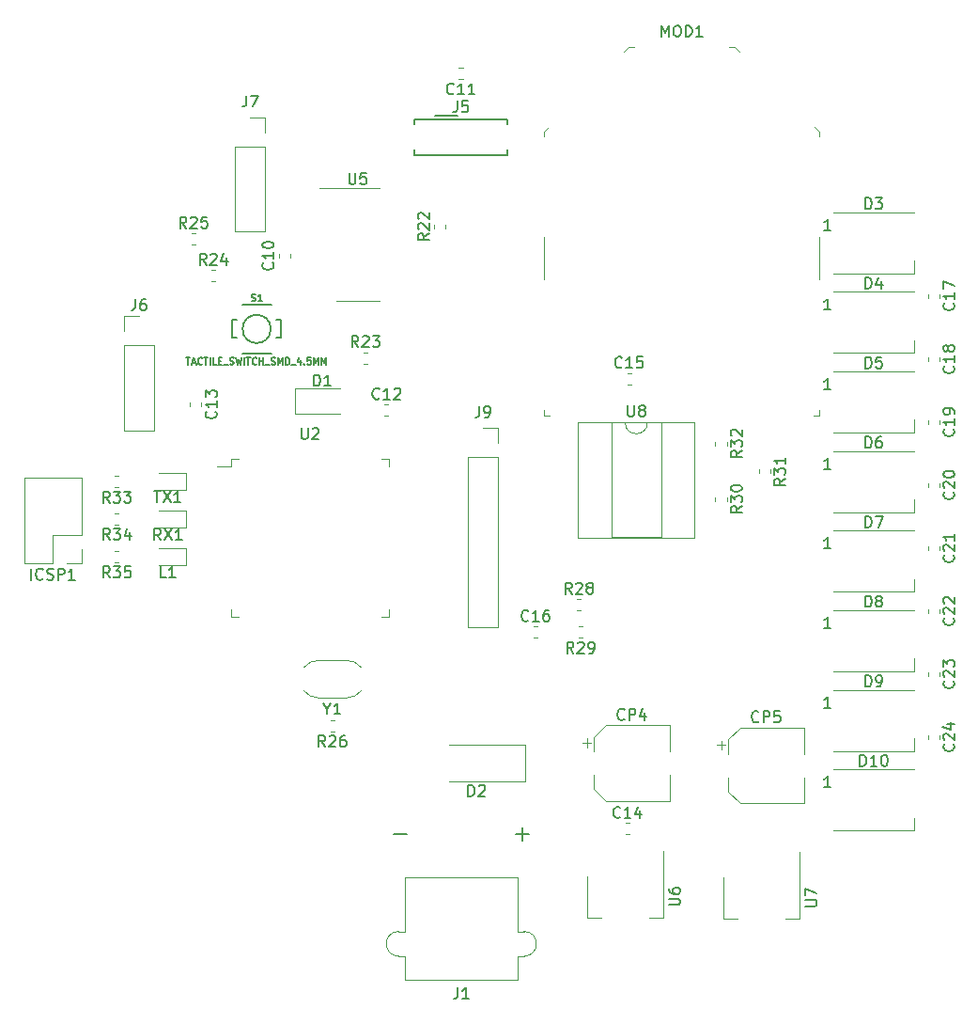
<source format=gbr>
%TF.GenerationSoftware,KiCad,Pcbnew,(5.1.5)-3*%
%TF.CreationDate,2020-03-08T16:26:51+08:00*%
%TF.ProjectId,Misaka,4d697361-6b61-42e6-9b69-6361645f7063,rev?*%
%TF.SameCoordinates,Original*%
%TF.FileFunction,Legend,Top*%
%TF.FilePolarity,Positive*%
%FSLAX46Y46*%
G04 Gerber Fmt 4.6, Leading zero omitted, Abs format (unit mm)*
G04 Created by KiCad (PCBNEW (5.1.5)-3) date 2020-03-08 16:26:51*
%MOMM*%
%LPD*%
G04 APERTURE LIST*
%ADD10C,0.203200*%
%ADD11C,0.120000*%
%ADD12C,0.100000*%
%ADD13C,0.150000*%
%ADD14C,0.127000*%
G04 APERTURE END LIST*
D10*
X50470000Y-57800000D02*
G75*
G03X50470000Y-57800000I-1270000J0D01*
G01*
X47401680Y-58597560D02*
X47000360Y-58597560D01*
X47401680Y-57002440D02*
X47000360Y-57002440D01*
X51399640Y-58597560D02*
X50998320Y-58597560D01*
X51399640Y-57002440D02*
X50998320Y-57002440D01*
X47902060Y-59999640D02*
X50497940Y-59999640D01*
X51399640Y-58597560D02*
X51399640Y-57002440D01*
X50497940Y-55600360D02*
X47902060Y-55600360D01*
X47000360Y-57002440D02*
X47000360Y-58597560D01*
D11*
X53452210Y-88281039D02*
G75*
G02X54790000Y-87630000I1337790J-1048961D01*
G01*
X58627790Y-88281039D02*
G75*
G03X57290000Y-87630000I-1337790J-1048961D01*
G01*
X53452210Y-90378961D02*
G75*
G03X54790000Y-91030000I1337790J1048961D01*
G01*
X58627790Y-90378961D02*
G75*
G02X57290000Y-91030000I-1337790J1048961D01*
G01*
X57290000Y-87630000D02*
X54790000Y-87630000D01*
X57290000Y-91030000D02*
X54790000Y-91030000D01*
X88660000Y-66174000D02*
X78160000Y-66174000D01*
X88660000Y-76574000D02*
X88660000Y-66174000D01*
X78160000Y-76574000D02*
X88660000Y-76574000D01*
X78160000Y-66174000D02*
X78160000Y-76574000D01*
X85660000Y-66234000D02*
X84410000Y-66234000D01*
X85660000Y-76514000D02*
X85660000Y-66234000D01*
X81160000Y-76514000D02*
X85660000Y-76514000D01*
X81160000Y-66234000D02*
X81160000Y-76514000D01*
X82410000Y-66234000D02*
X81160000Y-66234000D01*
X84410000Y-66234000D02*
G75*
G02X82410000Y-66234000I-1000000J0D01*
G01*
X98110000Y-104910000D02*
X98110000Y-110920000D01*
X91290000Y-107160000D02*
X91290000Y-110920000D01*
X98110000Y-110920000D02*
X96850000Y-110920000D01*
X91290000Y-110920000D02*
X92550000Y-110920000D01*
X85810000Y-104810000D02*
X85810000Y-110820000D01*
X78990000Y-107060000D02*
X78990000Y-110820000D01*
X85810000Y-110820000D02*
X84550000Y-110820000D01*
X78990000Y-110820000D02*
X80250000Y-110820000D01*
X58300000Y-45140000D02*
X54850000Y-45140000D01*
X58300000Y-45140000D02*
X60250000Y-45140000D01*
X58300000Y-55260000D02*
X56350000Y-55260000D01*
X58300000Y-55260000D02*
X60250000Y-55260000D01*
X46890000Y-70190000D02*
X45600000Y-70190000D01*
X46890000Y-69490000D02*
X46890000Y-70190000D01*
X47590000Y-69490000D02*
X46890000Y-69490000D01*
X61110000Y-69490000D02*
X61110000Y-70190000D01*
X60410000Y-69490000D02*
X61110000Y-69490000D01*
X46890000Y-83710000D02*
X46890000Y-83010000D01*
X47590000Y-83710000D02*
X46890000Y-83710000D01*
X61110000Y-83710000D02*
X61110000Y-83010000D01*
X60410000Y-83710000D02*
X61110000Y-83710000D01*
X42860000Y-70785000D02*
X40400000Y-70785000D01*
X42860000Y-72255000D02*
X42860000Y-70785000D01*
X40400000Y-72255000D02*
X42860000Y-72255000D01*
X42860000Y-74175000D02*
X40400000Y-74175000D01*
X42860000Y-75645000D02*
X42860000Y-74175000D01*
X40400000Y-75645000D02*
X42860000Y-75645000D01*
X36771267Y-77790000D02*
X36428733Y-77790000D01*
X36771267Y-78810000D02*
X36428733Y-78810000D01*
X36771267Y-74390000D02*
X36428733Y-74390000D01*
X36771267Y-75410000D02*
X36428733Y-75410000D01*
X36771267Y-71050000D02*
X36428733Y-71050000D01*
X36771267Y-72070000D02*
X36428733Y-72070000D01*
X90540000Y-67938733D02*
X90540000Y-68281267D01*
X91560000Y-67938733D02*
X91560000Y-68281267D01*
X94440000Y-70463733D02*
X94440000Y-70806267D01*
X95460000Y-70463733D02*
X95460000Y-70806267D01*
X90540000Y-72938733D02*
X90540000Y-73281267D01*
X91560000Y-72938733D02*
X91560000Y-73281267D01*
X78571267Y-84590000D02*
X78228733Y-84590000D01*
X78571267Y-85610000D02*
X78228733Y-85610000D01*
X78078733Y-83140000D02*
X78421267Y-83140000D01*
X78078733Y-82120000D02*
X78421267Y-82120000D01*
X56186267Y-93020000D02*
X55843733Y-93020000D01*
X56186267Y-94040000D02*
X55843733Y-94040000D01*
X43328733Y-50210000D02*
X43671267Y-50210000D01*
X43328733Y-49190000D02*
X43671267Y-49190000D01*
X45128733Y-53510000D02*
X45471267Y-53510000D01*
X45128733Y-52490000D02*
X45471267Y-52490000D01*
X58828733Y-60910000D02*
X59171267Y-60910000D01*
X58828733Y-59890000D02*
X59171267Y-59890000D01*
X66210000Y-48746267D02*
X66210000Y-48403733D01*
X65190000Y-48746267D02*
X65190000Y-48403733D01*
D12*
X99900000Y-65600000D02*
X99400000Y-65600000D01*
X99900000Y-65600000D02*
X99900000Y-65100000D01*
X75100000Y-65600000D02*
X75600000Y-65600000D01*
X75100000Y-65600000D02*
X75100000Y-65100000D01*
X75100000Y-40000000D02*
X75100000Y-40500000D01*
X75100000Y-40000000D02*
X75500000Y-39600000D01*
X99900000Y-40000000D02*
X99500000Y-39600000D01*
X99900000Y-40000000D02*
X99900000Y-40500000D01*
X82700000Y-32400000D02*
X82300000Y-32800000D01*
X82700000Y-32400000D02*
X83200000Y-32400000D01*
X92300000Y-32400000D02*
X91800000Y-32400000D01*
X92300000Y-32400000D02*
X92700000Y-32800000D01*
X75100000Y-49500000D02*
X75100000Y-53300000D01*
X99900000Y-49500000D02*
X99900000Y-53300000D01*
D11*
X42860000Y-77565000D02*
X40400000Y-77565000D01*
X42860000Y-79035000D02*
X42860000Y-77565000D01*
X40400000Y-79035000D02*
X42860000Y-79035000D01*
X69600000Y-66730000D02*
X70930000Y-66730000D01*
X70930000Y-66730000D02*
X70930000Y-68060000D01*
X70930000Y-69330000D02*
X70930000Y-84630000D01*
X68270000Y-84630000D02*
X70930000Y-84630000D01*
X68270000Y-69330000D02*
X68270000Y-84630000D01*
X68270000Y-69330000D02*
X70930000Y-69330000D01*
X48600000Y-38770000D02*
X49930000Y-38770000D01*
X49930000Y-38770000D02*
X49930000Y-40100000D01*
X49930000Y-41370000D02*
X49930000Y-49050000D01*
X47270000Y-49050000D02*
X49930000Y-49050000D01*
X47270000Y-41370000D02*
X47270000Y-49050000D01*
X47270000Y-41370000D02*
X49930000Y-41370000D01*
X37270000Y-56670000D02*
X38600000Y-56670000D01*
X37270000Y-58000000D02*
X37270000Y-56670000D01*
X37270000Y-59270000D02*
X39930000Y-59270000D01*
X39930000Y-59270000D02*
X39930000Y-66950000D01*
X37270000Y-59270000D02*
X37270000Y-66950000D01*
X37270000Y-66950000D02*
X39930000Y-66950000D01*
D13*
X65300000Y-38620000D02*
X67300000Y-38620000D01*
X71750000Y-42120000D02*
X71750000Y-41645000D01*
X63450000Y-42120000D02*
X71750000Y-42120000D01*
X63450000Y-41645000D02*
X63450000Y-42120000D01*
X71750000Y-38920000D02*
X71750000Y-39395000D01*
X63450000Y-38920000D02*
X71750000Y-38920000D01*
X63450000Y-39395000D02*
X63450000Y-38920000D01*
D11*
X62000000Y-114270000D02*
G75*
G02X62000000Y-112050000I0J1110000D01*
G01*
X73300000Y-112050000D02*
G75*
G02X73300000Y-114270000I0J-1110000D01*
G01*
X62590000Y-116370000D02*
X62590000Y-114270000D01*
X73300000Y-112050000D02*
X72710000Y-112050000D01*
X73300000Y-114270000D02*
X72710000Y-114270000D01*
X62590000Y-114270000D02*
X62000000Y-114270000D01*
X62590000Y-112050000D02*
X62000000Y-112050000D01*
X62590000Y-112050000D02*
X62590000Y-107150000D01*
X72710000Y-116370000D02*
X72710000Y-114270000D01*
X72710000Y-112050000D02*
X72710000Y-107150000D01*
X72710000Y-107150000D02*
X62590000Y-107150000D01*
X72710000Y-116370000D02*
X62590000Y-116370000D01*
X33430000Y-78930000D02*
X32100000Y-78930000D01*
X33430000Y-77600000D02*
X33430000Y-78930000D01*
X30830000Y-78930000D02*
X28230000Y-78930000D01*
X30830000Y-76330000D02*
X30830000Y-78930000D01*
X33430000Y-76330000D02*
X30830000Y-76330000D01*
X28230000Y-78930000D02*
X28230000Y-71190000D01*
X33430000Y-76330000D02*
X33430000Y-71190000D01*
X33430000Y-71190000D02*
X28230000Y-71190000D01*
X108440000Y-102960000D02*
X108440000Y-101810000D01*
X101140000Y-102960000D02*
X108440000Y-102960000D01*
X101140000Y-97460000D02*
X108440000Y-97460000D01*
X108440000Y-95794284D02*
X108440000Y-94644284D01*
X101140000Y-95794284D02*
X108440000Y-95794284D01*
X101140000Y-90294284D02*
X108440000Y-90294284D01*
X108440000Y-88628570D02*
X108440000Y-87478570D01*
X101140000Y-88628570D02*
X108440000Y-88628570D01*
X101140000Y-83128570D02*
X108440000Y-83128570D01*
X108440000Y-81462856D02*
X108440000Y-80312856D01*
X101140000Y-81462856D02*
X108440000Y-81462856D01*
X101140000Y-75962856D02*
X108440000Y-75962856D01*
X108440000Y-74297142D02*
X108440000Y-73147142D01*
X101140000Y-74297142D02*
X108440000Y-74297142D01*
X101140000Y-68797142D02*
X108440000Y-68797142D01*
X108440000Y-67131428D02*
X108440000Y-65981428D01*
X101140000Y-67131428D02*
X108440000Y-67131428D01*
X101140000Y-61631428D02*
X108440000Y-61631428D01*
X108440000Y-59965714D02*
X108440000Y-58815714D01*
X101140000Y-59965714D02*
X108440000Y-59965714D01*
X101140000Y-54465714D02*
X108440000Y-54465714D01*
X108440000Y-52800000D02*
X108440000Y-51650000D01*
X101140000Y-52800000D02*
X108440000Y-52800000D01*
X101140000Y-47300000D02*
X108440000Y-47300000D01*
X73400000Y-98560000D02*
X66500000Y-98560000D01*
X73400000Y-95260000D02*
X66500000Y-95260000D01*
X73400000Y-98560000D02*
X73400000Y-95260000D01*
X52640000Y-65435000D02*
X56700000Y-65435000D01*
X52640000Y-63165000D02*
X52640000Y-65435000D01*
X56700000Y-63165000D02*
X52640000Y-63165000D01*
X91056250Y-94868750D02*
X91056250Y-95656250D01*
X90662500Y-95262500D02*
X91450000Y-95262500D01*
X91690000Y-99455563D02*
X92754437Y-100520000D01*
X91690000Y-94764437D02*
X92754437Y-93700000D01*
X91690000Y-94764437D02*
X91690000Y-96050000D01*
X91690000Y-99455563D02*
X91690000Y-98170000D01*
X92754437Y-100520000D02*
X98510000Y-100520000D01*
X92754437Y-93700000D02*
X98510000Y-93700000D01*
X98510000Y-93700000D02*
X98510000Y-96050000D01*
X98510000Y-100520000D02*
X98510000Y-98170000D01*
X78956250Y-94668750D02*
X78956250Y-95456250D01*
X78562500Y-95062500D02*
X79350000Y-95062500D01*
X79590000Y-99255563D02*
X80654437Y-100320000D01*
X79590000Y-94564437D02*
X80654437Y-93500000D01*
X79590000Y-94564437D02*
X79590000Y-95850000D01*
X79590000Y-99255563D02*
X79590000Y-97970000D01*
X80654437Y-100320000D02*
X86410000Y-100320000D01*
X80654437Y-93500000D02*
X86410000Y-93500000D01*
X86410000Y-93500000D02*
X86410000Y-95850000D01*
X86410000Y-100320000D02*
X86410000Y-97970000D01*
X109680000Y-94368733D02*
X109680000Y-94711267D01*
X110700000Y-94368733D02*
X110700000Y-94711267D01*
X109680000Y-88697301D02*
X109680000Y-89039835D01*
X110700000Y-88697301D02*
X110700000Y-89039835D01*
X109680000Y-83025873D02*
X109680000Y-83368407D01*
X110700000Y-83025873D02*
X110700000Y-83368407D01*
X109680000Y-77354445D02*
X109680000Y-77696979D01*
X110700000Y-77354445D02*
X110700000Y-77696979D01*
X109680000Y-71683017D02*
X109680000Y-72025551D01*
X110700000Y-71683017D02*
X110700000Y-72025551D01*
X109680000Y-66011589D02*
X109680000Y-66354123D01*
X110700000Y-66011589D02*
X110700000Y-66354123D01*
X109680000Y-60340161D02*
X109680000Y-60682695D01*
X110700000Y-60340161D02*
X110700000Y-60682695D01*
X109680000Y-54668733D02*
X109680000Y-55011267D01*
X110700000Y-54668733D02*
X110700000Y-55011267D01*
X74153733Y-85610000D02*
X74496267Y-85610000D01*
X74153733Y-84590000D02*
X74496267Y-84590000D01*
X82588733Y-62790000D02*
X82931267Y-62790000D01*
X82588733Y-61770000D02*
X82931267Y-61770000D01*
X82428733Y-103320000D02*
X82771267Y-103320000D01*
X82428733Y-102300000D02*
X82771267Y-102300000D01*
X43200000Y-64408733D02*
X43200000Y-64751267D01*
X44220000Y-64408733D02*
X44220000Y-64751267D01*
X60728733Y-65610000D02*
X61071267Y-65610000D01*
X60728733Y-64590000D02*
X61071267Y-64590000D01*
X67771267Y-34290000D02*
X67428733Y-34290000D01*
X67771267Y-35310000D02*
X67428733Y-35310000D01*
X52210000Y-51371267D02*
X52210000Y-51028733D01*
X51190000Y-51371267D02*
X51190000Y-51028733D01*
D14*
X48735542Y-55252742D02*
X48822628Y-55281771D01*
X48967771Y-55281771D01*
X49025828Y-55252742D01*
X49054857Y-55223714D01*
X49083885Y-55165657D01*
X49083885Y-55107600D01*
X49054857Y-55049542D01*
X49025828Y-55020514D01*
X48967771Y-54991485D01*
X48851657Y-54962457D01*
X48793600Y-54933428D01*
X48764571Y-54904400D01*
X48735542Y-54846342D01*
X48735542Y-54788285D01*
X48764571Y-54730228D01*
X48793600Y-54701200D01*
X48851657Y-54672171D01*
X48996800Y-54672171D01*
X49083885Y-54701200D01*
X49664457Y-55281771D02*
X49316114Y-55281771D01*
X49490285Y-55281771D02*
X49490285Y-54672171D01*
X49432228Y-54759257D01*
X49374171Y-54817314D01*
X49316114Y-54846342D01*
X42857257Y-60387171D02*
X43205600Y-60387171D01*
X43031428Y-60996771D02*
X43031428Y-60387171D01*
X43379771Y-60822600D02*
X43670057Y-60822600D01*
X43321714Y-60996771D02*
X43524914Y-60387171D01*
X43728114Y-60996771D01*
X44279657Y-60938714D02*
X44250628Y-60967742D01*
X44163542Y-60996771D01*
X44105485Y-60996771D01*
X44018400Y-60967742D01*
X43960342Y-60909685D01*
X43931314Y-60851628D01*
X43902285Y-60735514D01*
X43902285Y-60648428D01*
X43931314Y-60532314D01*
X43960342Y-60474257D01*
X44018400Y-60416200D01*
X44105485Y-60387171D01*
X44163542Y-60387171D01*
X44250628Y-60416200D01*
X44279657Y-60445228D01*
X44453828Y-60387171D02*
X44802171Y-60387171D01*
X44628000Y-60996771D02*
X44628000Y-60387171D01*
X45005371Y-60996771D02*
X45005371Y-60387171D01*
X45585942Y-60996771D02*
X45295657Y-60996771D01*
X45295657Y-60387171D01*
X45789142Y-60677457D02*
X45992342Y-60677457D01*
X46079428Y-60996771D02*
X45789142Y-60996771D01*
X45789142Y-60387171D01*
X46079428Y-60387171D01*
X46195542Y-61054828D02*
X46660000Y-61054828D01*
X46776114Y-60967742D02*
X46863200Y-60996771D01*
X47008342Y-60996771D01*
X47066400Y-60967742D01*
X47095428Y-60938714D01*
X47124457Y-60880657D01*
X47124457Y-60822600D01*
X47095428Y-60764542D01*
X47066400Y-60735514D01*
X47008342Y-60706485D01*
X46892228Y-60677457D01*
X46834171Y-60648428D01*
X46805142Y-60619400D01*
X46776114Y-60561342D01*
X46776114Y-60503285D01*
X46805142Y-60445228D01*
X46834171Y-60416200D01*
X46892228Y-60387171D01*
X47037371Y-60387171D01*
X47124457Y-60416200D01*
X47327657Y-60387171D02*
X47472800Y-60996771D01*
X47588914Y-60561342D01*
X47705028Y-60996771D01*
X47850171Y-60387171D01*
X48082400Y-60996771D02*
X48082400Y-60387171D01*
X48285600Y-60387171D02*
X48633942Y-60387171D01*
X48459771Y-60996771D02*
X48459771Y-60387171D01*
X49185485Y-60938714D02*
X49156457Y-60967742D01*
X49069371Y-60996771D01*
X49011314Y-60996771D01*
X48924228Y-60967742D01*
X48866171Y-60909685D01*
X48837142Y-60851628D01*
X48808114Y-60735514D01*
X48808114Y-60648428D01*
X48837142Y-60532314D01*
X48866171Y-60474257D01*
X48924228Y-60416200D01*
X49011314Y-60387171D01*
X49069371Y-60387171D01*
X49156457Y-60416200D01*
X49185485Y-60445228D01*
X49446742Y-60996771D02*
X49446742Y-60387171D01*
X49446742Y-60677457D02*
X49795085Y-60677457D01*
X49795085Y-60996771D02*
X49795085Y-60387171D01*
X49940228Y-61054828D02*
X50404685Y-61054828D01*
X50520800Y-60967742D02*
X50607885Y-60996771D01*
X50753028Y-60996771D01*
X50811085Y-60967742D01*
X50840114Y-60938714D01*
X50869142Y-60880657D01*
X50869142Y-60822600D01*
X50840114Y-60764542D01*
X50811085Y-60735514D01*
X50753028Y-60706485D01*
X50636914Y-60677457D01*
X50578857Y-60648428D01*
X50549828Y-60619400D01*
X50520800Y-60561342D01*
X50520800Y-60503285D01*
X50549828Y-60445228D01*
X50578857Y-60416200D01*
X50636914Y-60387171D01*
X50782057Y-60387171D01*
X50869142Y-60416200D01*
X51130400Y-60996771D02*
X51130400Y-60387171D01*
X51333600Y-60822600D01*
X51536800Y-60387171D01*
X51536800Y-60996771D01*
X51827085Y-60996771D02*
X51827085Y-60387171D01*
X51972228Y-60387171D01*
X52059314Y-60416200D01*
X52117371Y-60474257D01*
X52146400Y-60532314D01*
X52175428Y-60648428D01*
X52175428Y-60735514D01*
X52146400Y-60851628D01*
X52117371Y-60909685D01*
X52059314Y-60967742D01*
X51972228Y-60996771D01*
X51827085Y-60996771D01*
X52291542Y-61054828D02*
X52756000Y-61054828D01*
X53162400Y-60590371D02*
X53162400Y-60996771D01*
X53017257Y-60358142D02*
X52872114Y-60793571D01*
X53249485Y-60793571D01*
X53481714Y-60938714D02*
X53510742Y-60967742D01*
X53481714Y-60996771D01*
X53452685Y-60967742D01*
X53481714Y-60938714D01*
X53481714Y-60996771D01*
X54062285Y-60387171D02*
X53772000Y-60387171D01*
X53742971Y-60677457D01*
X53772000Y-60648428D01*
X53830057Y-60619400D01*
X53975200Y-60619400D01*
X54033257Y-60648428D01*
X54062285Y-60677457D01*
X54091314Y-60735514D01*
X54091314Y-60880657D01*
X54062285Y-60938714D01*
X54033257Y-60967742D01*
X53975200Y-60996771D01*
X53830057Y-60996771D01*
X53772000Y-60967742D01*
X53742971Y-60938714D01*
X54352571Y-60996771D02*
X54352571Y-60387171D01*
X54555771Y-60822600D01*
X54758971Y-60387171D01*
X54758971Y-60996771D01*
X55049257Y-60996771D02*
X55049257Y-60387171D01*
X55252457Y-60822600D01*
X55455657Y-60387171D01*
X55455657Y-60996771D01*
D13*
X55563809Y-92006190D02*
X55563809Y-92482380D01*
X55230476Y-91482380D02*
X55563809Y-92006190D01*
X55897142Y-91482380D01*
X56754285Y-92482380D02*
X56182857Y-92482380D01*
X56468571Y-92482380D02*
X56468571Y-91482380D01*
X56373333Y-91625238D01*
X56278095Y-91720476D01*
X56182857Y-91768095D01*
X82648095Y-64686380D02*
X82648095Y-65495904D01*
X82695714Y-65591142D01*
X82743333Y-65638761D01*
X82838571Y-65686380D01*
X83029047Y-65686380D01*
X83124285Y-65638761D01*
X83171904Y-65591142D01*
X83219523Y-65495904D01*
X83219523Y-64686380D01*
X83838571Y-65114952D02*
X83743333Y-65067333D01*
X83695714Y-65019714D01*
X83648095Y-64924476D01*
X83648095Y-64876857D01*
X83695714Y-64781619D01*
X83743333Y-64734000D01*
X83838571Y-64686380D01*
X84029047Y-64686380D01*
X84124285Y-64734000D01*
X84171904Y-64781619D01*
X84219523Y-64876857D01*
X84219523Y-64924476D01*
X84171904Y-65019714D01*
X84124285Y-65067333D01*
X84029047Y-65114952D01*
X83838571Y-65114952D01*
X83743333Y-65162571D01*
X83695714Y-65210190D01*
X83648095Y-65305428D01*
X83648095Y-65495904D01*
X83695714Y-65591142D01*
X83743333Y-65638761D01*
X83838571Y-65686380D01*
X84029047Y-65686380D01*
X84124285Y-65638761D01*
X84171904Y-65591142D01*
X84219523Y-65495904D01*
X84219523Y-65305428D01*
X84171904Y-65210190D01*
X84124285Y-65162571D01*
X84029047Y-65114952D01*
X98652380Y-109771904D02*
X99461904Y-109771904D01*
X99557142Y-109724285D01*
X99604761Y-109676666D01*
X99652380Y-109581428D01*
X99652380Y-109390952D01*
X99604761Y-109295714D01*
X99557142Y-109248095D01*
X99461904Y-109200476D01*
X98652380Y-109200476D01*
X98652380Y-108819523D02*
X98652380Y-108152857D01*
X99652380Y-108581428D01*
X86352380Y-109671904D02*
X87161904Y-109671904D01*
X87257142Y-109624285D01*
X87304761Y-109576666D01*
X87352380Y-109481428D01*
X87352380Y-109290952D01*
X87304761Y-109195714D01*
X87257142Y-109148095D01*
X87161904Y-109100476D01*
X86352380Y-109100476D01*
X86352380Y-108195714D02*
X86352380Y-108386190D01*
X86400000Y-108481428D01*
X86447619Y-108529047D01*
X86590476Y-108624285D01*
X86780952Y-108671904D01*
X87161904Y-108671904D01*
X87257142Y-108624285D01*
X87304761Y-108576666D01*
X87352380Y-108481428D01*
X87352380Y-108290952D01*
X87304761Y-108195714D01*
X87257142Y-108148095D01*
X87161904Y-108100476D01*
X86923809Y-108100476D01*
X86828571Y-108148095D01*
X86780952Y-108195714D01*
X86733333Y-108290952D01*
X86733333Y-108481428D01*
X86780952Y-108576666D01*
X86828571Y-108624285D01*
X86923809Y-108671904D01*
X57538095Y-43752380D02*
X57538095Y-44561904D01*
X57585714Y-44657142D01*
X57633333Y-44704761D01*
X57728571Y-44752380D01*
X57919047Y-44752380D01*
X58014285Y-44704761D01*
X58061904Y-44657142D01*
X58109523Y-44561904D01*
X58109523Y-43752380D01*
X59061904Y-43752380D02*
X58585714Y-43752380D01*
X58538095Y-44228571D01*
X58585714Y-44180952D01*
X58680952Y-44133333D01*
X58919047Y-44133333D01*
X59014285Y-44180952D01*
X59061904Y-44228571D01*
X59109523Y-44323809D01*
X59109523Y-44561904D01*
X59061904Y-44657142D01*
X59014285Y-44704761D01*
X58919047Y-44752380D01*
X58680952Y-44752380D01*
X58585714Y-44704761D01*
X58538095Y-44657142D01*
X53238095Y-66702380D02*
X53238095Y-67511904D01*
X53285714Y-67607142D01*
X53333333Y-67654761D01*
X53428571Y-67702380D01*
X53619047Y-67702380D01*
X53714285Y-67654761D01*
X53761904Y-67607142D01*
X53809523Y-67511904D01*
X53809523Y-66702380D01*
X54238095Y-66797619D02*
X54285714Y-66750000D01*
X54380952Y-66702380D01*
X54619047Y-66702380D01*
X54714285Y-66750000D01*
X54761904Y-66797619D01*
X54809523Y-66892857D01*
X54809523Y-66988095D01*
X54761904Y-67130952D01*
X54190476Y-67702380D01*
X54809523Y-67702380D01*
X39961904Y-72402380D02*
X40533333Y-72402380D01*
X40247619Y-73402380D02*
X40247619Y-72402380D01*
X40771428Y-72402380D02*
X41438095Y-73402380D01*
X41438095Y-72402380D02*
X40771428Y-73402380D01*
X42342857Y-73402380D02*
X41771428Y-73402380D01*
X42057142Y-73402380D02*
X42057142Y-72402380D01*
X41961904Y-72545238D01*
X41866666Y-72640476D01*
X41771428Y-72688095D01*
X40557142Y-76792380D02*
X40223809Y-76316190D01*
X39985714Y-76792380D02*
X39985714Y-75792380D01*
X40366666Y-75792380D01*
X40461904Y-75840000D01*
X40509523Y-75887619D01*
X40557142Y-75982857D01*
X40557142Y-76125714D01*
X40509523Y-76220952D01*
X40461904Y-76268571D01*
X40366666Y-76316190D01*
X39985714Y-76316190D01*
X40890476Y-75792380D02*
X41557142Y-76792380D01*
X41557142Y-75792380D02*
X40890476Y-76792380D01*
X42461904Y-76792380D02*
X41890476Y-76792380D01*
X42176190Y-76792380D02*
X42176190Y-75792380D01*
X42080952Y-75935238D01*
X41985714Y-76030476D01*
X41890476Y-76078095D01*
X35957142Y-80182380D02*
X35623809Y-79706190D01*
X35385714Y-80182380D02*
X35385714Y-79182380D01*
X35766666Y-79182380D01*
X35861904Y-79230000D01*
X35909523Y-79277619D01*
X35957142Y-79372857D01*
X35957142Y-79515714D01*
X35909523Y-79610952D01*
X35861904Y-79658571D01*
X35766666Y-79706190D01*
X35385714Y-79706190D01*
X36290476Y-79182380D02*
X36909523Y-79182380D01*
X36576190Y-79563333D01*
X36719047Y-79563333D01*
X36814285Y-79610952D01*
X36861904Y-79658571D01*
X36909523Y-79753809D01*
X36909523Y-79991904D01*
X36861904Y-80087142D01*
X36814285Y-80134761D01*
X36719047Y-80182380D01*
X36433333Y-80182380D01*
X36338095Y-80134761D01*
X36290476Y-80087142D01*
X37814285Y-79182380D02*
X37338095Y-79182380D01*
X37290476Y-79658571D01*
X37338095Y-79610952D01*
X37433333Y-79563333D01*
X37671428Y-79563333D01*
X37766666Y-79610952D01*
X37814285Y-79658571D01*
X37861904Y-79753809D01*
X37861904Y-79991904D01*
X37814285Y-80087142D01*
X37766666Y-80134761D01*
X37671428Y-80182380D01*
X37433333Y-80182380D01*
X37338095Y-80134761D01*
X37290476Y-80087142D01*
X35957142Y-76782380D02*
X35623809Y-76306190D01*
X35385714Y-76782380D02*
X35385714Y-75782380D01*
X35766666Y-75782380D01*
X35861904Y-75830000D01*
X35909523Y-75877619D01*
X35957142Y-75972857D01*
X35957142Y-76115714D01*
X35909523Y-76210952D01*
X35861904Y-76258571D01*
X35766666Y-76306190D01*
X35385714Y-76306190D01*
X36290476Y-75782380D02*
X36909523Y-75782380D01*
X36576190Y-76163333D01*
X36719047Y-76163333D01*
X36814285Y-76210952D01*
X36861904Y-76258571D01*
X36909523Y-76353809D01*
X36909523Y-76591904D01*
X36861904Y-76687142D01*
X36814285Y-76734761D01*
X36719047Y-76782380D01*
X36433333Y-76782380D01*
X36338095Y-76734761D01*
X36290476Y-76687142D01*
X37766666Y-76115714D02*
X37766666Y-76782380D01*
X37528571Y-75734761D02*
X37290476Y-76449047D01*
X37909523Y-76449047D01*
X35957142Y-73442380D02*
X35623809Y-72966190D01*
X35385714Y-73442380D02*
X35385714Y-72442380D01*
X35766666Y-72442380D01*
X35861904Y-72490000D01*
X35909523Y-72537619D01*
X35957142Y-72632857D01*
X35957142Y-72775714D01*
X35909523Y-72870952D01*
X35861904Y-72918571D01*
X35766666Y-72966190D01*
X35385714Y-72966190D01*
X36290476Y-72442380D02*
X36909523Y-72442380D01*
X36576190Y-72823333D01*
X36719047Y-72823333D01*
X36814285Y-72870952D01*
X36861904Y-72918571D01*
X36909523Y-73013809D01*
X36909523Y-73251904D01*
X36861904Y-73347142D01*
X36814285Y-73394761D01*
X36719047Y-73442380D01*
X36433333Y-73442380D01*
X36338095Y-73394761D01*
X36290476Y-73347142D01*
X37242857Y-72442380D02*
X37861904Y-72442380D01*
X37528571Y-72823333D01*
X37671428Y-72823333D01*
X37766666Y-72870952D01*
X37814285Y-72918571D01*
X37861904Y-73013809D01*
X37861904Y-73251904D01*
X37814285Y-73347142D01*
X37766666Y-73394761D01*
X37671428Y-73442380D01*
X37385714Y-73442380D01*
X37290476Y-73394761D01*
X37242857Y-73347142D01*
X92932380Y-68752857D02*
X92456190Y-69086190D01*
X92932380Y-69324285D02*
X91932380Y-69324285D01*
X91932380Y-68943333D01*
X91980000Y-68848095D01*
X92027619Y-68800476D01*
X92122857Y-68752857D01*
X92265714Y-68752857D01*
X92360952Y-68800476D01*
X92408571Y-68848095D01*
X92456190Y-68943333D01*
X92456190Y-69324285D01*
X91932380Y-68419523D02*
X91932380Y-67800476D01*
X92313333Y-68133809D01*
X92313333Y-67990952D01*
X92360952Y-67895714D01*
X92408571Y-67848095D01*
X92503809Y-67800476D01*
X92741904Y-67800476D01*
X92837142Y-67848095D01*
X92884761Y-67895714D01*
X92932380Y-67990952D01*
X92932380Y-68276666D01*
X92884761Y-68371904D01*
X92837142Y-68419523D01*
X92027619Y-67419523D02*
X91980000Y-67371904D01*
X91932380Y-67276666D01*
X91932380Y-67038571D01*
X91980000Y-66943333D01*
X92027619Y-66895714D01*
X92122857Y-66848095D01*
X92218095Y-66848095D01*
X92360952Y-66895714D01*
X92932380Y-67467142D01*
X92932380Y-66848095D01*
X96832380Y-71277857D02*
X96356190Y-71611190D01*
X96832380Y-71849285D02*
X95832380Y-71849285D01*
X95832380Y-71468333D01*
X95880000Y-71373095D01*
X95927619Y-71325476D01*
X96022857Y-71277857D01*
X96165714Y-71277857D01*
X96260952Y-71325476D01*
X96308571Y-71373095D01*
X96356190Y-71468333D01*
X96356190Y-71849285D01*
X95832380Y-70944523D02*
X95832380Y-70325476D01*
X96213333Y-70658809D01*
X96213333Y-70515952D01*
X96260952Y-70420714D01*
X96308571Y-70373095D01*
X96403809Y-70325476D01*
X96641904Y-70325476D01*
X96737142Y-70373095D01*
X96784761Y-70420714D01*
X96832380Y-70515952D01*
X96832380Y-70801666D01*
X96784761Y-70896904D01*
X96737142Y-70944523D01*
X96832380Y-69373095D02*
X96832380Y-69944523D01*
X96832380Y-69658809D02*
X95832380Y-69658809D01*
X95975238Y-69754047D01*
X96070476Y-69849285D01*
X96118095Y-69944523D01*
X92932380Y-73752857D02*
X92456190Y-74086190D01*
X92932380Y-74324285D02*
X91932380Y-74324285D01*
X91932380Y-73943333D01*
X91980000Y-73848095D01*
X92027619Y-73800476D01*
X92122857Y-73752857D01*
X92265714Y-73752857D01*
X92360952Y-73800476D01*
X92408571Y-73848095D01*
X92456190Y-73943333D01*
X92456190Y-74324285D01*
X91932380Y-73419523D02*
X91932380Y-72800476D01*
X92313333Y-73133809D01*
X92313333Y-72990952D01*
X92360952Y-72895714D01*
X92408571Y-72848095D01*
X92503809Y-72800476D01*
X92741904Y-72800476D01*
X92837142Y-72848095D01*
X92884761Y-72895714D01*
X92932380Y-72990952D01*
X92932380Y-73276666D01*
X92884761Y-73371904D01*
X92837142Y-73419523D01*
X91932380Y-72181428D02*
X91932380Y-72086190D01*
X91980000Y-71990952D01*
X92027619Y-71943333D01*
X92122857Y-71895714D01*
X92313333Y-71848095D01*
X92551428Y-71848095D01*
X92741904Y-71895714D01*
X92837142Y-71943333D01*
X92884761Y-71990952D01*
X92932380Y-72086190D01*
X92932380Y-72181428D01*
X92884761Y-72276666D01*
X92837142Y-72324285D01*
X92741904Y-72371904D01*
X92551428Y-72419523D01*
X92313333Y-72419523D01*
X92122857Y-72371904D01*
X92027619Y-72324285D01*
X91980000Y-72276666D01*
X91932380Y-72181428D01*
X77757142Y-86982380D02*
X77423809Y-86506190D01*
X77185714Y-86982380D02*
X77185714Y-85982380D01*
X77566666Y-85982380D01*
X77661904Y-86030000D01*
X77709523Y-86077619D01*
X77757142Y-86172857D01*
X77757142Y-86315714D01*
X77709523Y-86410952D01*
X77661904Y-86458571D01*
X77566666Y-86506190D01*
X77185714Y-86506190D01*
X78138095Y-86077619D02*
X78185714Y-86030000D01*
X78280952Y-85982380D01*
X78519047Y-85982380D01*
X78614285Y-86030000D01*
X78661904Y-86077619D01*
X78709523Y-86172857D01*
X78709523Y-86268095D01*
X78661904Y-86410952D01*
X78090476Y-86982380D01*
X78709523Y-86982380D01*
X79185714Y-86982380D02*
X79376190Y-86982380D01*
X79471428Y-86934761D01*
X79519047Y-86887142D01*
X79614285Y-86744285D01*
X79661904Y-86553809D01*
X79661904Y-86172857D01*
X79614285Y-86077619D01*
X79566666Y-86030000D01*
X79471428Y-85982380D01*
X79280952Y-85982380D01*
X79185714Y-86030000D01*
X79138095Y-86077619D01*
X79090476Y-86172857D01*
X79090476Y-86410952D01*
X79138095Y-86506190D01*
X79185714Y-86553809D01*
X79280952Y-86601428D01*
X79471428Y-86601428D01*
X79566666Y-86553809D01*
X79614285Y-86506190D01*
X79661904Y-86410952D01*
X77607142Y-81652380D02*
X77273809Y-81176190D01*
X77035714Y-81652380D02*
X77035714Y-80652380D01*
X77416666Y-80652380D01*
X77511904Y-80700000D01*
X77559523Y-80747619D01*
X77607142Y-80842857D01*
X77607142Y-80985714D01*
X77559523Y-81080952D01*
X77511904Y-81128571D01*
X77416666Y-81176190D01*
X77035714Y-81176190D01*
X77988095Y-80747619D02*
X78035714Y-80700000D01*
X78130952Y-80652380D01*
X78369047Y-80652380D01*
X78464285Y-80700000D01*
X78511904Y-80747619D01*
X78559523Y-80842857D01*
X78559523Y-80938095D01*
X78511904Y-81080952D01*
X77940476Y-81652380D01*
X78559523Y-81652380D01*
X79130952Y-81080952D02*
X79035714Y-81033333D01*
X78988095Y-80985714D01*
X78940476Y-80890476D01*
X78940476Y-80842857D01*
X78988095Y-80747619D01*
X79035714Y-80700000D01*
X79130952Y-80652380D01*
X79321428Y-80652380D01*
X79416666Y-80700000D01*
X79464285Y-80747619D01*
X79511904Y-80842857D01*
X79511904Y-80890476D01*
X79464285Y-80985714D01*
X79416666Y-81033333D01*
X79321428Y-81080952D01*
X79130952Y-81080952D01*
X79035714Y-81128571D01*
X78988095Y-81176190D01*
X78940476Y-81271428D01*
X78940476Y-81461904D01*
X78988095Y-81557142D01*
X79035714Y-81604761D01*
X79130952Y-81652380D01*
X79321428Y-81652380D01*
X79416666Y-81604761D01*
X79464285Y-81557142D01*
X79511904Y-81461904D01*
X79511904Y-81271428D01*
X79464285Y-81176190D01*
X79416666Y-81128571D01*
X79321428Y-81080952D01*
X55372142Y-95412380D02*
X55038809Y-94936190D01*
X54800714Y-95412380D02*
X54800714Y-94412380D01*
X55181666Y-94412380D01*
X55276904Y-94460000D01*
X55324523Y-94507619D01*
X55372142Y-94602857D01*
X55372142Y-94745714D01*
X55324523Y-94840952D01*
X55276904Y-94888571D01*
X55181666Y-94936190D01*
X54800714Y-94936190D01*
X55753095Y-94507619D02*
X55800714Y-94460000D01*
X55895952Y-94412380D01*
X56134047Y-94412380D01*
X56229285Y-94460000D01*
X56276904Y-94507619D01*
X56324523Y-94602857D01*
X56324523Y-94698095D01*
X56276904Y-94840952D01*
X55705476Y-95412380D01*
X56324523Y-95412380D01*
X57181666Y-94412380D02*
X56991190Y-94412380D01*
X56895952Y-94460000D01*
X56848333Y-94507619D01*
X56753095Y-94650476D01*
X56705476Y-94840952D01*
X56705476Y-95221904D01*
X56753095Y-95317142D01*
X56800714Y-95364761D01*
X56895952Y-95412380D01*
X57086428Y-95412380D01*
X57181666Y-95364761D01*
X57229285Y-95317142D01*
X57276904Y-95221904D01*
X57276904Y-94983809D01*
X57229285Y-94888571D01*
X57181666Y-94840952D01*
X57086428Y-94793333D01*
X56895952Y-94793333D01*
X56800714Y-94840952D01*
X56753095Y-94888571D01*
X56705476Y-94983809D01*
X42857142Y-48722380D02*
X42523809Y-48246190D01*
X42285714Y-48722380D02*
X42285714Y-47722380D01*
X42666666Y-47722380D01*
X42761904Y-47770000D01*
X42809523Y-47817619D01*
X42857142Y-47912857D01*
X42857142Y-48055714D01*
X42809523Y-48150952D01*
X42761904Y-48198571D01*
X42666666Y-48246190D01*
X42285714Y-48246190D01*
X43238095Y-47817619D02*
X43285714Y-47770000D01*
X43380952Y-47722380D01*
X43619047Y-47722380D01*
X43714285Y-47770000D01*
X43761904Y-47817619D01*
X43809523Y-47912857D01*
X43809523Y-48008095D01*
X43761904Y-48150952D01*
X43190476Y-48722380D01*
X43809523Y-48722380D01*
X44714285Y-47722380D02*
X44238095Y-47722380D01*
X44190476Y-48198571D01*
X44238095Y-48150952D01*
X44333333Y-48103333D01*
X44571428Y-48103333D01*
X44666666Y-48150952D01*
X44714285Y-48198571D01*
X44761904Y-48293809D01*
X44761904Y-48531904D01*
X44714285Y-48627142D01*
X44666666Y-48674761D01*
X44571428Y-48722380D01*
X44333333Y-48722380D01*
X44238095Y-48674761D01*
X44190476Y-48627142D01*
X44657142Y-52022380D02*
X44323809Y-51546190D01*
X44085714Y-52022380D02*
X44085714Y-51022380D01*
X44466666Y-51022380D01*
X44561904Y-51070000D01*
X44609523Y-51117619D01*
X44657142Y-51212857D01*
X44657142Y-51355714D01*
X44609523Y-51450952D01*
X44561904Y-51498571D01*
X44466666Y-51546190D01*
X44085714Y-51546190D01*
X45038095Y-51117619D02*
X45085714Y-51070000D01*
X45180952Y-51022380D01*
X45419047Y-51022380D01*
X45514285Y-51070000D01*
X45561904Y-51117619D01*
X45609523Y-51212857D01*
X45609523Y-51308095D01*
X45561904Y-51450952D01*
X44990476Y-52022380D01*
X45609523Y-52022380D01*
X46466666Y-51355714D02*
X46466666Y-52022380D01*
X46228571Y-50974761D02*
X45990476Y-51689047D01*
X46609523Y-51689047D01*
X58357142Y-59422380D02*
X58023809Y-58946190D01*
X57785714Y-59422380D02*
X57785714Y-58422380D01*
X58166666Y-58422380D01*
X58261904Y-58470000D01*
X58309523Y-58517619D01*
X58357142Y-58612857D01*
X58357142Y-58755714D01*
X58309523Y-58850952D01*
X58261904Y-58898571D01*
X58166666Y-58946190D01*
X57785714Y-58946190D01*
X58738095Y-58517619D02*
X58785714Y-58470000D01*
X58880952Y-58422380D01*
X59119047Y-58422380D01*
X59214285Y-58470000D01*
X59261904Y-58517619D01*
X59309523Y-58612857D01*
X59309523Y-58708095D01*
X59261904Y-58850952D01*
X58690476Y-59422380D01*
X59309523Y-59422380D01*
X59642857Y-58422380D02*
X60261904Y-58422380D01*
X59928571Y-58803333D01*
X60071428Y-58803333D01*
X60166666Y-58850952D01*
X60214285Y-58898571D01*
X60261904Y-58993809D01*
X60261904Y-59231904D01*
X60214285Y-59327142D01*
X60166666Y-59374761D01*
X60071428Y-59422380D01*
X59785714Y-59422380D01*
X59690476Y-59374761D01*
X59642857Y-59327142D01*
X64722380Y-49217857D02*
X64246190Y-49551190D01*
X64722380Y-49789285D02*
X63722380Y-49789285D01*
X63722380Y-49408333D01*
X63770000Y-49313095D01*
X63817619Y-49265476D01*
X63912857Y-49217857D01*
X64055714Y-49217857D01*
X64150952Y-49265476D01*
X64198571Y-49313095D01*
X64246190Y-49408333D01*
X64246190Y-49789285D01*
X63817619Y-48836904D02*
X63770000Y-48789285D01*
X63722380Y-48694047D01*
X63722380Y-48455952D01*
X63770000Y-48360714D01*
X63817619Y-48313095D01*
X63912857Y-48265476D01*
X64008095Y-48265476D01*
X64150952Y-48313095D01*
X64722380Y-48884523D01*
X64722380Y-48265476D01*
X63817619Y-47884523D02*
X63770000Y-47836904D01*
X63722380Y-47741666D01*
X63722380Y-47503571D01*
X63770000Y-47408333D01*
X63817619Y-47360714D01*
X63912857Y-47313095D01*
X64008095Y-47313095D01*
X64150952Y-47360714D01*
X64722380Y-47932142D01*
X64722380Y-47313095D01*
X85666666Y-31462380D02*
X85666666Y-30462380D01*
X86000000Y-31176666D01*
X86333333Y-30462380D01*
X86333333Y-31462380D01*
X87000000Y-30462380D02*
X87190476Y-30462380D01*
X87285714Y-30510000D01*
X87380952Y-30605238D01*
X87428571Y-30795714D01*
X87428571Y-31129047D01*
X87380952Y-31319523D01*
X87285714Y-31414761D01*
X87190476Y-31462380D01*
X87000000Y-31462380D01*
X86904761Y-31414761D01*
X86809523Y-31319523D01*
X86761904Y-31129047D01*
X86761904Y-30795714D01*
X86809523Y-30605238D01*
X86904761Y-30510000D01*
X87000000Y-30462380D01*
X87857142Y-31462380D02*
X87857142Y-30462380D01*
X88095238Y-30462380D01*
X88238095Y-30510000D01*
X88333333Y-30605238D01*
X88380952Y-30700476D01*
X88428571Y-30890952D01*
X88428571Y-31033809D01*
X88380952Y-31224285D01*
X88333333Y-31319523D01*
X88238095Y-31414761D01*
X88095238Y-31462380D01*
X87857142Y-31462380D01*
X89380952Y-31462380D02*
X88809523Y-31462380D01*
X89095238Y-31462380D02*
X89095238Y-30462380D01*
X89000000Y-30605238D01*
X88904761Y-30700476D01*
X88809523Y-30748095D01*
X41033333Y-80182380D02*
X40557142Y-80182380D01*
X40557142Y-79182380D01*
X41890476Y-80182380D02*
X41319047Y-80182380D01*
X41604761Y-80182380D02*
X41604761Y-79182380D01*
X41509523Y-79325238D01*
X41414285Y-79420476D01*
X41319047Y-79468095D01*
X69266666Y-64742380D02*
X69266666Y-65456666D01*
X69219047Y-65599523D01*
X69123809Y-65694761D01*
X68980952Y-65742380D01*
X68885714Y-65742380D01*
X69790476Y-65742380D02*
X69980952Y-65742380D01*
X70076190Y-65694761D01*
X70123809Y-65647142D01*
X70219047Y-65504285D01*
X70266666Y-65313809D01*
X70266666Y-64932857D01*
X70219047Y-64837619D01*
X70171428Y-64790000D01*
X70076190Y-64742380D01*
X69885714Y-64742380D01*
X69790476Y-64790000D01*
X69742857Y-64837619D01*
X69695238Y-64932857D01*
X69695238Y-65170952D01*
X69742857Y-65266190D01*
X69790476Y-65313809D01*
X69885714Y-65361428D01*
X70076190Y-65361428D01*
X70171428Y-65313809D01*
X70219047Y-65266190D01*
X70266666Y-65170952D01*
X48266666Y-36782380D02*
X48266666Y-37496666D01*
X48219047Y-37639523D01*
X48123809Y-37734761D01*
X47980952Y-37782380D01*
X47885714Y-37782380D01*
X48647619Y-36782380D02*
X49314285Y-36782380D01*
X48885714Y-37782380D01*
X38266666Y-55122380D02*
X38266666Y-55836666D01*
X38219047Y-55979523D01*
X38123809Y-56074761D01*
X37980952Y-56122380D01*
X37885714Y-56122380D01*
X39171428Y-55122380D02*
X38980952Y-55122380D01*
X38885714Y-55170000D01*
X38838095Y-55217619D01*
X38742857Y-55360476D01*
X38695238Y-55550952D01*
X38695238Y-55931904D01*
X38742857Y-56027142D01*
X38790476Y-56074761D01*
X38885714Y-56122380D01*
X39076190Y-56122380D01*
X39171428Y-56074761D01*
X39219047Y-56027142D01*
X39266666Y-55931904D01*
X39266666Y-55693809D01*
X39219047Y-55598571D01*
X39171428Y-55550952D01*
X39076190Y-55503333D01*
X38885714Y-55503333D01*
X38790476Y-55550952D01*
X38742857Y-55598571D01*
X38695238Y-55693809D01*
X67266666Y-37272380D02*
X67266666Y-37986666D01*
X67219047Y-38129523D01*
X67123809Y-38224761D01*
X66980952Y-38272380D01*
X66885714Y-38272380D01*
X68219047Y-37272380D02*
X67742857Y-37272380D01*
X67695238Y-37748571D01*
X67742857Y-37700952D01*
X67838095Y-37653333D01*
X68076190Y-37653333D01*
X68171428Y-37700952D01*
X68219047Y-37748571D01*
X68266666Y-37843809D01*
X68266666Y-38081904D01*
X68219047Y-38177142D01*
X68171428Y-38224761D01*
X68076190Y-38272380D01*
X67838095Y-38272380D01*
X67742857Y-38224761D01*
X67695238Y-38177142D01*
X67316666Y-117112380D02*
X67316666Y-117826666D01*
X67269047Y-117969523D01*
X67173809Y-118064761D01*
X67030952Y-118112380D01*
X66935714Y-118112380D01*
X68316666Y-118112380D02*
X67745238Y-118112380D01*
X68030952Y-118112380D02*
X68030952Y-117112380D01*
X67935714Y-117255238D01*
X67840476Y-117350476D01*
X67745238Y-117398095D01*
X72578571Y-103267142D02*
X73721428Y-103267142D01*
X73150000Y-103838571D02*
X73150000Y-102695714D01*
X61578571Y-103267142D02*
X62721428Y-103267142D01*
X28877619Y-80382380D02*
X28877619Y-79382380D01*
X29925238Y-80287142D02*
X29877619Y-80334761D01*
X29734761Y-80382380D01*
X29639523Y-80382380D01*
X29496666Y-80334761D01*
X29401428Y-80239523D01*
X29353809Y-80144285D01*
X29306190Y-79953809D01*
X29306190Y-79810952D01*
X29353809Y-79620476D01*
X29401428Y-79525238D01*
X29496666Y-79430000D01*
X29639523Y-79382380D01*
X29734761Y-79382380D01*
X29877619Y-79430000D01*
X29925238Y-79477619D01*
X30306190Y-80334761D02*
X30449047Y-80382380D01*
X30687142Y-80382380D01*
X30782380Y-80334761D01*
X30830000Y-80287142D01*
X30877619Y-80191904D01*
X30877619Y-80096666D01*
X30830000Y-80001428D01*
X30782380Y-79953809D01*
X30687142Y-79906190D01*
X30496666Y-79858571D01*
X30401428Y-79810952D01*
X30353809Y-79763333D01*
X30306190Y-79668095D01*
X30306190Y-79572857D01*
X30353809Y-79477619D01*
X30401428Y-79430000D01*
X30496666Y-79382380D01*
X30734761Y-79382380D01*
X30877619Y-79430000D01*
X31306190Y-80382380D02*
X31306190Y-79382380D01*
X31687142Y-79382380D01*
X31782380Y-79430000D01*
X31830000Y-79477619D01*
X31877619Y-79572857D01*
X31877619Y-79715714D01*
X31830000Y-79810952D01*
X31782380Y-79858571D01*
X31687142Y-79906190D01*
X31306190Y-79906190D01*
X32830000Y-80382380D02*
X32258571Y-80382380D01*
X32544285Y-80382380D02*
X32544285Y-79382380D01*
X32449047Y-79525238D01*
X32353809Y-79620476D01*
X32258571Y-79668095D01*
X103575714Y-97162380D02*
X103575714Y-96162380D01*
X103813809Y-96162380D01*
X103956666Y-96210000D01*
X104051904Y-96305238D01*
X104099523Y-96400476D01*
X104147142Y-96590952D01*
X104147142Y-96733809D01*
X104099523Y-96924285D01*
X104051904Y-97019523D01*
X103956666Y-97114761D01*
X103813809Y-97162380D01*
X103575714Y-97162380D01*
X105099523Y-97162380D02*
X104528095Y-97162380D01*
X104813809Y-97162380D02*
X104813809Y-96162380D01*
X104718571Y-96305238D01*
X104623333Y-96400476D01*
X104528095Y-96448095D01*
X105718571Y-96162380D02*
X105813809Y-96162380D01*
X105909047Y-96210000D01*
X105956666Y-96257619D01*
X106004285Y-96352857D01*
X106051904Y-96543333D01*
X106051904Y-96781428D01*
X106004285Y-96971904D01*
X105956666Y-97067142D01*
X105909047Y-97114761D01*
X105813809Y-97162380D01*
X105718571Y-97162380D01*
X105623333Y-97114761D01*
X105575714Y-97067142D01*
X105528095Y-96971904D01*
X105480476Y-96781428D01*
X105480476Y-96543333D01*
X105528095Y-96352857D01*
X105575714Y-96257619D01*
X105623333Y-96210000D01*
X105718571Y-96162380D01*
X100925714Y-99062380D02*
X100354285Y-99062380D01*
X100640000Y-99062380D02*
X100640000Y-98062380D01*
X100544761Y-98205238D01*
X100449523Y-98300476D01*
X100354285Y-98348095D01*
X104051904Y-89996664D02*
X104051904Y-88996664D01*
X104290000Y-88996664D01*
X104432857Y-89044284D01*
X104528095Y-89139522D01*
X104575714Y-89234760D01*
X104623333Y-89425236D01*
X104623333Y-89568093D01*
X104575714Y-89758569D01*
X104528095Y-89853807D01*
X104432857Y-89949045D01*
X104290000Y-89996664D01*
X104051904Y-89996664D01*
X105099523Y-89996664D02*
X105290000Y-89996664D01*
X105385238Y-89949045D01*
X105432857Y-89901426D01*
X105528095Y-89758569D01*
X105575714Y-89568093D01*
X105575714Y-89187141D01*
X105528095Y-89091903D01*
X105480476Y-89044284D01*
X105385238Y-88996664D01*
X105194761Y-88996664D01*
X105099523Y-89044284D01*
X105051904Y-89091903D01*
X105004285Y-89187141D01*
X105004285Y-89425236D01*
X105051904Y-89520474D01*
X105099523Y-89568093D01*
X105194761Y-89615712D01*
X105385238Y-89615712D01*
X105480476Y-89568093D01*
X105528095Y-89520474D01*
X105575714Y-89425236D01*
X100925714Y-91896664D02*
X100354285Y-91896664D01*
X100640000Y-91896664D02*
X100640000Y-90896664D01*
X100544761Y-91039522D01*
X100449523Y-91134760D01*
X100354285Y-91182379D01*
X104051904Y-82830950D02*
X104051904Y-81830950D01*
X104290000Y-81830950D01*
X104432857Y-81878570D01*
X104528095Y-81973808D01*
X104575714Y-82069046D01*
X104623333Y-82259522D01*
X104623333Y-82402379D01*
X104575714Y-82592855D01*
X104528095Y-82688093D01*
X104432857Y-82783331D01*
X104290000Y-82830950D01*
X104051904Y-82830950D01*
X105194761Y-82259522D02*
X105099523Y-82211903D01*
X105051904Y-82164284D01*
X105004285Y-82069046D01*
X105004285Y-82021427D01*
X105051904Y-81926189D01*
X105099523Y-81878570D01*
X105194761Y-81830950D01*
X105385238Y-81830950D01*
X105480476Y-81878570D01*
X105528095Y-81926189D01*
X105575714Y-82021427D01*
X105575714Y-82069046D01*
X105528095Y-82164284D01*
X105480476Y-82211903D01*
X105385238Y-82259522D01*
X105194761Y-82259522D01*
X105099523Y-82307141D01*
X105051904Y-82354760D01*
X105004285Y-82449998D01*
X105004285Y-82640474D01*
X105051904Y-82735712D01*
X105099523Y-82783331D01*
X105194761Y-82830950D01*
X105385238Y-82830950D01*
X105480476Y-82783331D01*
X105528095Y-82735712D01*
X105575714Y-82640474D01*
X105575714Y-82449998D01*
X105528095Y-82354760D01*
X105480476Y-82307141D01*
X105385238Y-82259522D01*
X100925714Y-84730950D02*
X100354285Y-84730950D01*
X100640000Y-84730950D02*
X100640000Y-83730950D01*
X100544761Y-83873808D01*
X100449523Y-83969046D01*
X100354285Y-84016665D01*
X104051904Y-75665236D02*
X104051904Y-74665236D01*
X104290000Y-74665236D01*
X104432857Y-74712856D01*
X104528095Y-74808094D01*
X104575714Y-74903332D01*
X104623333Y-75093808D01*
X104623333Y-75236665D01*
X104575714Y-75427141D01*
X104528095Y-75522379D01*
X104432857Y-75617617D01*
X104290000Y-75665236D01*
X104051904Y-75665236D01*
X104956666Y-74665236D02*
X105623333Y-74665236D01*
X105194761Y-75665236D01*
X100925714Y-77565236D02*
X100354285Y-77565236D01*
X100640000Y-77565236D02*
X100640000Y-76565236D01*
X100544761Y-76708094D01*
X100449523Y-76803332D01*
X100354285Y-76850951D01*
X104051904Y-68499522D02*
X104051904Y-67499522D01*
X104290000Y-67499522D01*
X104432857Y-67547142D01*
X104528095Y-67642380D01*
X104575714Y-67737618D01*
X104623333Y-67928094D01*
X104623333Y-68070951D01*
X104575714Y-68261427D01*
X104528095Y-68356665D01*
X104432857Y-68451903D01*
X104290000Y-68499522D01*
X104051904Y-68499522D01*
X105480476Y-67499522D02*
X105290000Y-67499522D01*
X105194761Y-67547142D01*
X105147142Y-67594761D01*
X105051904Y-67737618D01*
X105004285Y-67928094D01*
X105004285Y-68309046D01*
X105051904Y-68404284D01*
X105099523Y-68451903D01*
X105194761Y-68499522D01*
X105385238Y-68499522D01*
X105480476Y-68451903D01*
X105528095Y-68404284D01*
X105575714Y-68309046D01*
X105575714Y-68070951D01*
X105528095Y-67975713D01*
X105480476Y-67928094D01*
X105385238Y-67880475D01*
X105194761Y-67880475D01*
X105099523Y-67928094D01*
X105051904Y-67975713D01*
X105004285Y-68070951D01*
X100925714Y-70399522D02*
X100354285Y-70399522D01*
X100640000Y-70399522D02*
X100640000Y-69399522D01*
X100544761Y-69542380D01*
X100449523Y-69637618D01*
X100354285Y-69685237D01*
X104051904Y-61333808D02*
X104051904Y-60333808D01*
X104290000Y-60333808D01*
X104432857Y-60381428D01*
X104528095Y-60476666D01*
X104575714Y-60571904D01*
X104623333Y-60762380D01*
X104623333Y-60905237D01*
X104575714Y-61095713D01*
X104528095Y-61190951D01*
X104432857Y-61286189D01*
X104290000Y-61333808D01*
X104051904Y-61333808D01*
X105528095Y-60333808D02*
X105051904Y-60333808D01*
X105004285Y-60809999D01*
X105051904Y-60762380D01*
X105147142Y-60714761D01*
X105385238Y-60714761D01*
X105480476Y-60762380D01*
X105528095Y-60809999D01*
X105575714Y-60905237D01*
X105575714Y-61143332D01*
X105528095Y-61238570D01*
X105480476Y-61286189D01*
X105385238Y-61333808D01*
X105147142Y-61333808D01*
X105051904Y-61286189D01*
X105004285Y-61238570D01*
X100925714Y-63233808D02*
X100354285Y-63233808D01*
X100640000Y-63233808D02*
X100640000Y-62233808D01*
X100544761Y-62376666D01*
X100449523Y-62471904D01*
X100354285Y-62519523D01*
X104051904Y-54168094D02*
X104051904Y-53168094D01*
X104290000Y-53168094D01*
X104432857Y-53215714D01*
X104528095Y-53310952D01*
X104575714Y-53406190D01*
X104623333Y-53596666D01*
X104623333Y-53739523D01*
X104575714Y-53929999D01*
X104528095Y-54025237D01*
X104432857Y-54120475D01*
X104290000Y-54168094D01*
X104051904Y-54168094D01*
X105480476Y-53501428D02*
X105480476Y-54168094D01*
X105242380Y-53120475D02*
X105004285Y-53834761D01*
X105623333Y-53834761D01*
X100925714Y-56068094D02*
X100354285Y-56068094D01*
X100640000Y-56068094D02*
X100640000Y-55068094D01*
X100544761Y-55210952D01*
X100449523Y-55306190D01*
X100354285Y-55353809D01*
X104051904Y-47002380D02*
X104051904Y-46002380D01*
X104290000Y-46002380D01*
X104432857Y-46050000D01*
X104528095Y-46145238D01*
X104575714Y-46240476D01*
X104623333Y-46430952D01*
X104623333Y-46573809D01*
X104575714Y-46764285D01*
X104528095Y-46859523D01*
X104432857Y-46954761D01*
X104290000Y-47002380D01*
X104051904Y-47002380D01*
X104956666Y-46002380D02*
X105575714Y-46002380D01*
X105242380Y-46383333D01*
X105385238Y-46383333D01*
X105480476Y-46430952D01*
X105528095Y-46478571D01*
X105575714Y-46573809D01*
X105575714Y-46811904D01*
X105528095Y-46907142D01*
X105480476Y-46954761D01*
X105385238Y-47002380D01*
X105099523Y-47002380D01*
X105004285Y-46954761D01*
X104956666Y-46907142D01*
X100925714Y-48902380D02*
X100354285Y-48902380D01*
X100640000Y-48902380D02*
X100640000Y-47902380D01*
X100544761Y-48045238D01*
X100449523Y-48140476D01*
X100354285Y-48188095D01*
X68261904Y-99862380D02*
X68261904Y-98862380D01*
X68500000Y-98862380D01*
X68642857Y-98910000D01*
X68738095Y-99005238D01*
X68785714Y-99100476D01*
X68833333Y-99290952D01*
X68833333Y-99433809D01*
X68785714Y-99624285D01*
X68738095Y-99719523D01*
X68642857Y-99814761D01*
X68500000Y-99862380D01*
X68261904Y-99862380D01*
X69214285Y-98957619D02*
X69261904Y-98910000D01*
X69357142Y-98862380D01*
X69595238Y-98862380D01*
X69690476Y-98910000D01*
X69738095Y-98957619D01*
X69785714Y-99052857D01*
X69785714Y-99148095D01*
X69738095Y-99290952D01*
X69166666Y-99862380D01*
X69785714Y-99862380D01*
X54361904Y-62932380D02*
X54361904Y-61932380D01*
X54600000Y-61932380D01*
X54742857Y-61980000D01*
X54838095Y-62075238D01*
X54885714Y-62170476D01*
X54933333Y-62360952D01*
X54933333Y-62503809D01*
X54885714Y-62694285D01*
X54838095Y-62789523D01*
X54742857Y-62884761D01*
X54600000Y-62932380D01*
X54361904Y-62932380D01*
X55885714Y-62932380D02*
X55314285Y-62932380D01*
X55600000Y-62932380D02*
X55600000Y-61932380D01*
X55504761Y-62075238D01*
X55409523Y-62170476D01*
X55314285Y-62218095D01*
X94433333Y-93117142D02*
X94385714Y-93164761D01*
X94242857Y-93212380D01*
X94147619Y-93212380D01*
X94004761Y-93164761D01*
X93909523Y-93069523D01*
X93861904Y-92974285D01*
X93814285Y-92783809D01*
X93814285Y-92640952D01*
X93861904Y-92450476D01*
X93909523Y-92355238D01*
X94004761Y-92260000D01*
X94147619Y-92212380D01*
X94242857Y-92212380D01*
X94385714Y-92260000D01*
X94433333Y-92307619D01*
X94861904Y-93212380D02*
X94861904Y-92212380D01*
X95242857Y-92212380D01*
X95338095Y-92260000D01*
X95385714Y-92307619D01*
X95433333Y-92402857D01*
X95433333Y-92545714D01*
X95385714Y-92640952D01*
X95338095Y-92688571D01*
X95242857Y-92736190D01*
X94861904Y-92736190D01*
X96338095Y-92212380D02*
X95861904Y-92212380D01*
X95814285Y-92688571D01*
X95861904Y-92640952D01*
X95957142Y-92593333D01*
X96195238Y-92593333D01*
X96290476Y-92640952D01*
X96338095Y-92688571D01*
X96385714Y-92783809D01*
X96385714Y-93021904D01*
X96338095Y-93117142D01*
X96290476Y-93164761D01*
X96195238Y-93212380D01*
X95957142Y-93212380D01*
X95861904Y-93164761D01*
X95814285Y-93117142D01*
X82333333Y-92917142D02*
X82285714Y-92964761D01*
X82142857Y-93012380D01*
X82047619Y-93012380D01*
X81904761Y-92964761D01*
X81809523Y-92869523D01*
X81761904Y-92774285D01*
X81714285Y-92583809D01*
X81714285Y-92440952D01*
X81761904Y-92250476D01*
X81809523Y-92155238D01*
X81904761Y-92060000D01*
X82047619Y-92012380D01*
X82142857Y-92012380D01*
X82285714Y-92060000D01*
X82333333Y-92107619D01*
X82761904Y-93012380D02*
X82761904Y-92012380D01*
X83142857Y-92012380D01*
X83238095Y-92060000D01*
X83285714Y-92107619D01*
X83333333Y-92202857D01*
X83333333Y-92345714D01*
X83285714Y-92440952D01*
X83238095Y-92488571D01*
X83142857Y-92536190D01*
X82761904Y-92536190D01*
X84190476Y-92345714D02*
X84190476Y-93012380D01*
X83952380Y-91964761D02*
X83714285Y-92679047D01*
X84333333Y-92679047D01*
X111977142Y-95182857D02*
X112024761Y-95230476D01*
X112072380Y-95373333D01*
X112072380Y-95468571D01*
X112024761Y-95611428D01*
X111929523Y-95706666D01*
X111834285Y-95754285D01*
X111643809Y-95801904D01*
X111500952Y-95801904D01*
X111310476Y-95754285D01*
X111215238Y-95706666D01*
X111120000Y-95611428D01*
X111072380Y-95468571D01*
X111072380Y-95373333D01*
X111120000Y-95230476D01*
X111167619Y-95182857D01*
X111167619Y-94801904D02*
X111120000Y-94754285D01*
X111072380Y-94659047D01*
X111072380Y-94420952D01*
X111120000Y-94325714D01*
X111167619Y-94278095D01*
X111262857Y-94230476D01*
X111358095Y-94230476D01*
X111500952Y-94278095D01*
X112072380Y-94849523D01*
X112072380Y-94230476D01*
X111405714Y-93373333D02*
X112072380Y-93373333D01*
X111024761Y-93611428D02*
X111739047Y-93849523D01*
X111739047Y-93230476D01*
X111977142Y-89511425D02*
X112024761Y-89559044D01*
X112072380Y-89701901D01*
X112072380Y-89797139D01*
X112024761Y-89939996D01*
X111929523Y-90035234D01*
X111834285Y-90082853D01*
X111643809Y-90130472D01*
X111500952Y-90130472D01*
X111310476Y-90082853D01*
X111215238Y-90035234D01*
X111120000Y-89939996D01*
X111072380Y-89797139D01*
X111072380Y-89701901D01*
X111120000Y-89559044D01*
X111167619Y-89511425D01*
X111167619Y-89130472D02*
X111120000Y-89082853D01*
X111072380Y-88987615D01*
X111072380Y-88749520D01*
X111120000Y-88654282D01*
X111167619Y-88606663D01*
X111262857Y-88559044D01*
X111358095Y-88559044D01*
X111500952Y-88606663D01*
X112072380Y-89178091D01*
X112072380Y-88559044D01*
X111072380Y-88225710D02*
X111072380Y-87606663D01*
X111453333Y-87939996D01*
X111453333Y-87797139D01*
X111500952Y-87701901D01*
X111548571Y-87654282D01*
X111643809Y-87606663D01*
X111881904Y-87606663D01*
X111977142Y-87654282D01*
X112024761Y-87701901D01*
X112072380Y-87797139D01*
X112072380Y-88082853D01*
X112024761Y-88178091D01*
X111977142Y-88225710D01*
X111977142Y-83839997D02*
X112024761Y-83887616D01*
X112072380Y-84030473D01*
X112072380Y-84125711D01*
X112024761Y-84268568D01*
X111929523Y-84363806D01*
X111834285Y-84411425D01*
X111643809Y-84459044D01*
X111500952Y-84459044D01*
X111310476Y-84411425D01*
X111215238Y-84363806D01*
X111120000Y-84268568D01*
X111072380Y-84125711D01*
X111072380Y-84030473D01*
X111120000Y-83887616D01*
X111167619Y-83839997D01*
X111167619Y-83459044D02*
X111120000Y-83411425D01*
X111072380Y-83316187D01*
X111072380Y-83078092D01*
X111120000Y-82982854D01*
X111167619Y-82935235D01*
X111262857Y-82887616D01*
X111358095Y-82887616D01*
X111500952Y-82935235D01*
X112072380Y-83506663D01*
X112072380Y-82887616D01*
X111167619Y-82506663D02*
X111120000Y-82459044D01*
X111072380Y-82363806D01*
X111072380Y-82125711D01*
X111120000Y-82030473D01*
X111167619Y-81982854D01*
X111262857Y-81935235D01*
X111358095Y-81935235D01*
X111500952Y-81982854D01*
X112072380Y-82554282D01*
X112072380Y-81935235D01*
X111977142Y-78168569D02*
X112024761Y-78216188D01*
X112072380Y-78359045D01*
X112072380Y-78454283D01*
X112024761Y-78597140D01*
X111929523Y-78692378D01*
X111834285Y-78739997D01*
X111643809Y-78787616D01*
X111500952Y-78787616D01*
X111310476Y-78739997D01*
X111215238Y-78692378D01*
X111120000Y-78597140D01*
X111072380Y-78454283D01*
X111072380Y-78359045D01*
X111120000Y-78216188D01*
X111167619Y-78168569D01*
X111167619Y-77787616D02*
X111120000Y-77739997D01*
X111072380Y-77644759D01*
X111072380Y-77406664D01*
X111120000Y-77311426D01*
X111167619Y-77263807D01*
X111262857Y-77216188D01*
X111358095Y-77216188D01*
X111500952Y-77263807D01*
X112072380Y-77835235D01*
X112072380Y-77216188D01*
X112072380Y-76263807D02*
X112072380Y-76835235D01*
X112072380Y-76549521D02*
X111072380Y-76549521D01*
X111215238Y-76644759D01*
X111310476Y-76739997D01*
X111358095Y-76835235D01*
X111977142Y-72497141D02*
X112024761Y-72544760D01*
X112072380Y-72687617D01*
X112072380Y-72782855D01*
X112024761Y-72925712D01*
X111929523Y-73020950D01*
X111834285Y-73068569D01*
X111643809Y-73116188D01*
X111500952Y-73116188D01*
X111310476Y-73068569D01*
X111215238Y-73020950D01*
X111120000Y-72925712D01*
X111072380Y-72782855D01*
X111072380Y-72687617D01*
X111120000Y-72544760D01*
X111167619Y-72497141D01*
X111167619Y-72116188D02*
X111120000Y-72068569D01*
X111072380Y-71973331D01*
X111072380Y-71735236D01*
X111120000Y-71639998D01*
X111167619Y-71592379D01*
X111262857Y-71544760D01*
X111358095Y-71544760D01*
X111500952Y-71592379D01*
X112072380Y-72163807D01*
X112072380Y-71544760D01*
X111072380Y-70925712D02*
X111072380Y-70830474D01*
X111120000Y-70735236D01*
X111167619Y-70687617D01*
X111262857Y-70639998D01*
X111453333Y-70592379D01*
X111691428Y-70592379D01*
X111881904Y-70639998D01*
X111977142Y-70687617D01*
X112024761Y-70735236D01*
X112072380Y-70830474D01*
X112072380Y-70925712D01*
X112024761Y-71020950D01*
X111977142Y-71068569D01*
X111881904Y-71116188D01*
X111691428Y-71163807D01*
X111453333Y-71163807D01*
X111262857Y-71116188D01*
X111167619Y-71068569D01*
X111120000Y-71020950D01*
X111072380Y-70925712D01*
X111977142Y-66825713D02*
X112024761Y-66873332D01*
X112072380Y-67016189D01*
X112072380Y-67111427D01*
X112024761Y-67254284D01*
X111929523Y-67349522D01*
X111834285Y-67397141D01*
X111643809Y-67444760D01*
X111500952Y-67444760D01*
X111310476Y-67397141D01*
X111215238Y-67349522D01*
X111120000Y-67254284D01*
X111072380Y-67111427D01*
X111072380Y-67016189D01*
X111120000Y-66873332D01*
X111167619Y-66825713D01*
X112072380Y-65873332D02*
X112072380Y-66444760D01*
X112072380Y-66159046D02*
X111072380Y-66159046D01*
X111215238Y-66254284D01*
X111310476Y-66349522D01*
X111358095Y-66444760D01*
X112072380Y-65397141D02*
X112072380Y-65206665D01*
X112024761Y-65111427D01*
X111977142Y-65063808D01*
X111834285Y-64968570D01*
X111643809Y-64920951D01*
X111262857Y-64920951D01*
X111167619Y-64968570D01*
X111120000Y-65016189D01*
X111072380Y-65111427D01*
X111072380Y-65301903D01*
X111120000Y-65397141D01*
X111167619Y-65444760D01*
X111262857Y-65492379D01*
X111500952Y-65492379D01*
X111596190Y-65444760D01*
X111643809Y-65397141D01*
X111691428Y-65301903D01*
X111691428Y-65111427D01*
X111643809Y-65016189D01*
X111596190Y-64968570D01*
X111500952Y-64920951D01*
X111977142Y-61154285D02*
X112024761Y-61201904D01*
X112072380Y-61344761D01*
X112072380Y-61439999D01*
X112024761Y-61582856D01*
X111929523Y-61678094D01*
X111834285Y-61725713D01*
X111643809Y-61773332D01*
X111500952Y-61773332D01*
X111310476Y-61725713D01*
X111215238Y-61678094D01*
X111120000Y-61582856D01*
X111072380Y-61439999D01*
X111072380Y-61344761D01*
X111120000Y-61201904D01*
X111167619Y-61154285D01*
X112072380Y-60201904D02*
X112072380Y-60773332D01*
X112072380Y-60487618D02*
X111072380Y-60487618D01*
X111215238Y-60582856D01*
X111310476Y-60678094D01*
X111358095Y-60773332D01*
X111500952Y-59630475D02*
X111453333Y-59725713D01*
X111405714Y-59773332D01*
X111310476Y-59820951D01*
X111262857Y-59820951D01*
X111167619Y-59773332D01*
X111120000Y-59725713D01*
X111072380Y-59630475D01*
X111072380Y-59439999D01*
X111120000Y-59344761D01*
X111167619Y-59297142D01*
X111262857Y-59249523D01*
X111310476Y-59249523D01*
X111405714Y-59297142D01*
X111453333Y-59344761D01*
X111500952Y-59439999D01*
X111500952Y-59630475D01*
X111548571Y-59725713D01*
X111596190Y-59773332D01*
X111691428Y-59820951D01*
X111881904Y-59820951D01*
X111977142Y-59773332D01*
X112024761Y-59725713D01*
X112072380Y-59630475D01*
X112072380Y-59439999D01*
X112024761Y-59344761D01*
X111977142Y-59297142D01*
X111881904Y-59249523D01*
X111691428Y-59249523D01*
X111596190Y-59297142D01*
X111548571Y-59344761D01*
X111500952Y-59439999D01*
X111977142Y-55482857D02*
X112024761Y-55530476D01*
X112072380Y-55673333D01*
X112072380Y-55768571D01*
X112024761Y-55911428D01*
X111929523Y-56006666D01*
X111834285Y-56054285D01*
X111643809Y-56101904D01*
X111500952Y-56101904D01*
X111310476Y-56054285D01*
X111215238Y-56006666D01*
X111120000Y-55911428D01*
X111072380Y-55768571D01*
X111072380Y-55673333D01*
X111120000Y-55530476D01*
X111167619Y-55482857D01*
X112072380Y-54530476D02*
X112072380Y-55101904D01*
X112072380Y-54816190D02*
X111072380Y-54816190D01*
X111215238Y-54911428D01*
X111310476Y-55006666D01*
X111358095Y-55101904D01*
X111072380Y-54197142D02*
X111072380Y-53530476D01*
X112072380Y-53959047D01*
X73682142Y-84027142D02*
X73634523Y-84074761D01*
X73491666Y-84122380D01*
X73396428Y-84122380D01*
X73253571Y-84074761D01*
X73158333Y-83979523D01*
X73110714Y-83884285D01*
X73063095Y-83693809D01*
X73063095Y-83550952D01*
X73110714Y-83360476D01*
X73158333Y-83265238D01*
X73253571Y-83170000D01*
X73396428Y-83122380D01*
X73491666Y-83122380D01*
X73634523Y-83170000D01*
X73682142Y-83217619D01*
X74634523Y-84122380D02*
X74063095Y-84122380D01*
X74348809Y-84122380D02*
X74348809Y-83122380D01*
X74253571Y-83265238D01*
X74158333Y-83360476D01*
X74063095Y-83408095D01*
X75491666Y-83122380D02*
X75301190Y-83122380D01*
X75205952Y-83170000D01*
X75158333Y-83217619D01*
X75063095Y-83360476D01*
X75015476Y-83550952D01*
X75015476Y-83931904D01*
X75063095Y-84027142D01*
X75110714Y-84074761D01*
X75205952Y-84122380D01*
X75396428Y-84122380D01*
X75491666Y-84074761D01*
X75539285Y-84027142D01*
X75586904Y-83931904D01*
X75586904Y-83693809D01*
X75539285Y-83598571D01*
X75491666Y-83550952D01*
X75396428Y-83503333D01*
X75205952Y-83503333D01*
X75110714Y-83550952D01*
X75063095Y-83598571D01*
X75015476Y-83693809D01*
X82117142Y-61207142D02*
X82069523Y-61254761D01*
X81926666Y-61302380D01*
X81831428Y-61302380D01*
X81688571Y-61254761D01*
X81593333Y-61159523D01*
X81545714Y-61064285D01*
X81498095Y-60873809D01*
X81498095Y-60730952D01*
X81545714Y-60540476D01*
X81593333Y-60445238D01*
X81688571Y-60350000D01*
X81831428Y-60302380D01*
X81926666Y-60302380D01*
X82069523Y-60350000D01*
X82117142Y-60397619D01*
X83069523Y-61302380D02*
X82498095Y-61302380D01*
X82783809Y-61302380D02*
X82783809Y-60302380D01*
X82688571Y-60445238D01*
X82593333Y-60540476D01*
X82498095Y-60588095D01*
X83974285Y-60302380D02*
X83498095Y-60302380D01*
X83450476Y-60778571D01*
X83498095Y-60730952D01*
X83593333Y-60683333D01*
X83831428Y-60683333D01*
X83926666Y-60730952D01*
X83974285Y-60778571D01*
X84021904Y-60873809D01*
X84021904Y-61111904D01*
X83974285Y-61207142D01*
X83926666Y-61254761D01*
X83831428Y-61302380D01*
X83593333Y-61302380D01*
X83498095Y-61254761D01*
X83450476Y-61207142D01*
X81957142Y-101737142D02*
X81909523Y-101784761D01*
X81766666Y-101832380D01*
X81671428Y-101832380D01*
X81528571Y-101784761D01*
X81433333Y-101689523D01*
X81385714Y-101594285D01*
X81338095Y-101403809D01*
X81338095Y-101260952D01*
X81385714Y-101070476D01*
X81433333Y-100975238D01*
X81528571Y-100880000D01*
X81671428Y-100832380D01*
X81766666Y-100832380D01*
X81909523Y-100880000D01*
X81957142Y-100927619D01*
X82909523Y-101832380D02*
X82338095Y-101832380D01*
X82623809Y-101832380D02*
X82623809Y-100832380D01*
X82528571Y-100975238D01*
X82433333Y-101070476D01*
X82338095Y-101118095D01*
X83766666Y-101165714D02*
X83766666Y-101832380D01*
X83528571Y-100784761D02*
X83290476Y-101499047D01*
X83909523Y-101499047D01*
X45497142Y-65222857D02*
X45544761Y-65270476D01*
X45592380Y-65413333D01*
X45592380Y-65508571D01*
X45544761Y-65651428D01*
X45449523Y-65746666D01*
X45354285Y-65794285D01*
X45163809Y-65841904D01*
X45020952Y-65841904D01*
X44830476Y-65794285D01*
X44735238Y-65746666D01*
X44640000Y-65651428D01*
X44592380Y-65508571D01*
X44592380Y-65413333D01*
X44640000Y-65270476D01*
X44687619Y-65222857D01*
X45592380Y-64270476D02*
X45592380Y-64841904D01*
X45592380Y-64556190D02*
X44592380Y-64556190D01*
X44735238Y-64651428D01*
X44830476Y-64746666D01*
X44878095Y-64841904D01*
X44592380Y-63937142D02*
X44592380Y-63318095D01*
X44973333Y-63651428D01*
X44973333Y-63508571D01*
X45020952Y-63413333D01*
X45068571Y-63365714D01*
X45163809Y-63318095D01*
X45401904Y-63318095D01*
X45497142Y-63365714D01*
X45544761Y-63413333D01*
X45592380Y-63508571D01*
X45592380Y-63794285D01*
X45544761Y-63889523D01*
X45497142Y-63937142D01*
X60257142Y-64027142D02*
X60209523Y-64074761D01*
X60066666Y-64122380D01*
X59971428Y-64122380D01*
X59828571Y-64074761D01*
X59733333Y-63979523D01*
X59685714Y-63884285D01*
X59638095Y-63693809D01*
X59638095Y-63550952D01*
X59685714Y-63360476D01*
X59733333Y-63265238D01*
X59828571Y-63170000D01*
X59971428Y-63122380D01*
X60066666Y-63122380D01*
X60209523Y-63170000D01*
X60257142Y-63217619D01*
X61209523Y-64122380D02*
X60638095Y-64122380D01*
X60923809Y-64122380D02*
X60923809Y-63122380D01*
X60828571Y-63265238D01*
X60733333Y-63360476D01*
X60638095Y-63408095D01*
X61590476Y-63217619D02*
X61638095Y-63170000D01*
X61733333Y-63122380D01*
X61971428Y-63122380D01*
X62066666Y-63170000D01*
X62114285Y-63217619D01*
X62161904Y-63312857D01*
X62161904Y-63408095D01*
X62114285Y-63550952D01*
X61542857Y-64122380D01*
X62161904Y-64122380D01*
X66957142Y-36587142D02*
X66909523Y-36634761D01*
X66766666Y-36682380D01*
X66671428Y-36682380D01*
X66528571Y-36634761D01*
X66433333Y-36539523D01*
X66385714Y-36444285D01*
X66338095Y-36253809D01*
X66338095Y-36110952D01*
X66385714Y-35920476D01*
X66433333Y-35825238D01*
X66528571Y-35730000D01*
X66671428Y-35682380D01*
X66766666Y-35682380D01*
X66909523Y-35730000D01*
X66957142Y-35777619D01*
X67909523Y-36682380D02*
X67338095Y-36682380D01*
X67623809Y-36682380D02*
X67623809Y-35682380D01*
X67528571Y-35825238D01*
X67433333Y-35920476D01*
X67338095Y-35968095D01*
X68861904Y-36682380D02*
X68290476Y-36682380D01*
X68576190Y-36682380D02*
X68576190Y-35682380D01*
X68480952Y-35825238D01*
X68385714Y-35920476D01*
X68290476Y-35968095D01*
X50627142Y-51842857D02*
X50674761Y-51890476D01*
X50722380Y-52033333D01*
X50722380Y-52128571D01*
X50674761Y-52271428D01*
X50579523Y-52366666D01*
X50484285Y-52414285D01*
X50293809Y-52461904D01*
X50150952Y-52461904D01*
X49960476Y-52414285D01*
X49865238Y-52366666D01*
X49770000Y-52271428D01*
X49722380Y-52128571D01*
X49722380Y-52033333D01*
X49770000Y-51890476D01*
X49817619Y-51842857D01*
X50722380Y-50890476D02*
X50722380Y-51461904D01*
X50722380Y-51176190D02*
X49722380Y-51176190D01*
X49865238Y-51271428D01*
X49960476Y-51366666D01*
X50008095Y-51461904D01*
X49722380Y-50271428D02*
X49722380Y-50176190D01*
X49770000Y-50080952D01*
X49817619Y-50033333D01*
X49912857Y-49985714D01*
X50103333Y-49938095D01*
X50341428Y-49938095D01*
X50531904Y-49985714D01*
X50627142Y-50033333D01*
X50674761Y-50080952D01*
X50722380Y-50176190D01*
X50722380Y-50271428D01*
X50674761Y-50366666D01*
X50627142Y-50414285D01*
X50531904Y-50461904D01*
X50341428Y-50509523D01*
X50103333Y-50509523D01*
X49912857Y-50461904D01*
X49817619Y-50414285D01*
X49770000Y-50366666D01*
X49722380Y-50271428D01*
M02*

</source>
